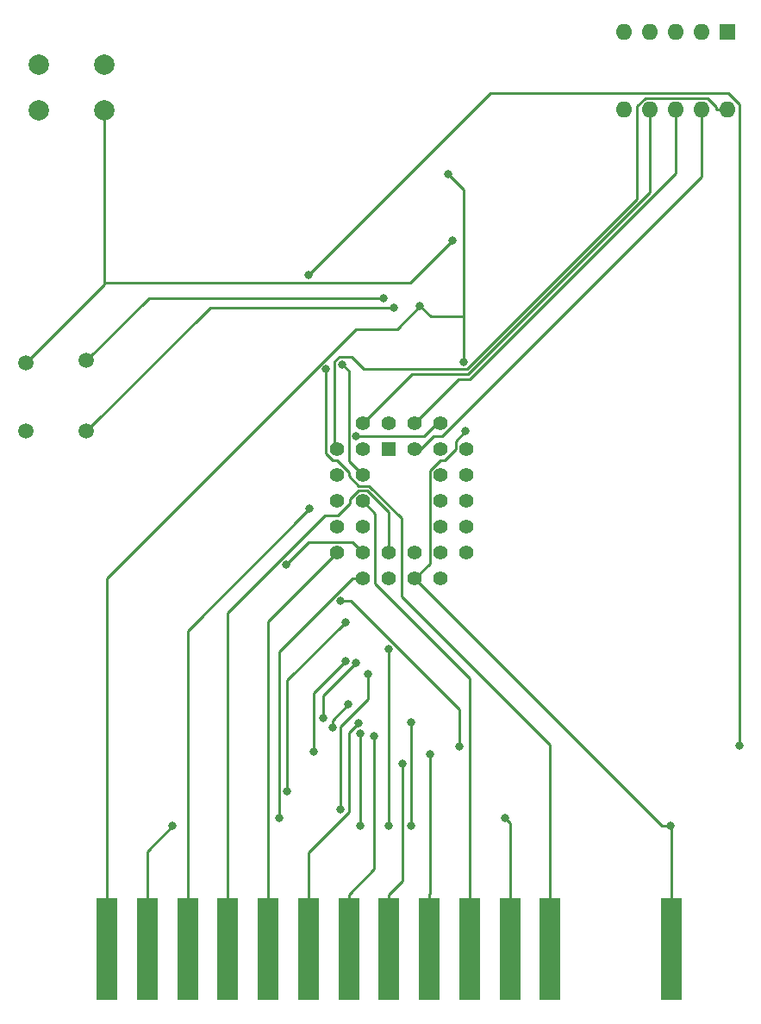
<source format=gbr>
G04 #@! TF.GenerationSoftware,KiCad,Pcbnew,(6.0.9)*
G04 #@! TF.CreationDate,2023-09-15T10:25:23+02:00*
G04 #@! TF.ProjectId,p2000t-multicartridge-smd,70323030-3074-42d6-9d75-6c7469636172,rev?*
G04 #@! TF.SameCoordinates,Original*
G04 #@! TF.FileFunction,Copper,L1,Top*
G04 #@! TF.FilePolarity,Positive*
%FSLAX46Y46*%
G04 Gerber Fmt 4.6, Leading zero omitted, Abs format (unit mm)*
G04 Created by KiCad (PCBNEW (6.0.9)) date 2023-09-15 10:25:23*
%MOMM*%
%LPD*%
G01*
G04 APERTURE LIST*
G04 #@! TA.AperFunction,ComponentPad*
%ADD10C,2.000000*%
G04 #@! TD*
G04 #@! TA.AperFunction,ComponentPad*
%ADD11C,1.500000*%
G04 #@! TD*
G04 #@! TA.AperFunction,ComponentPad*
%ADD12R,1.600000X1.600000*%
G04 #@! TD*
G04 #@! TA.AperFunction,ComponentPad*
%ADD13O,1.600000X1.600000*%
G04 #@! TD*
G04 #@! TA.AperFunction,SMDPad,CuDef*
%ADD14R,2.000000X10.000000*%
G04 #@! TD*
G04 #@! TA.AperFunction,ComponentPad*
%ADD15R,1.422400X1.422400*%
G04 #@! TD*
G04 #@! TA.AperFunction,ComponentPad*
%ADD16C,1.422400*%
G04 #@! TD*
G04 #@! TA.AperFunction,ViaPad*
%ADD17C,0.800000*%
G04 #@! TD*
G04 #@! TA.AperFunction,Conductor*
%ADD18C,0.250000*%
G04 #@! TD*
G04 APERTURE END LIST*
D10*
X55247000Y-52345000D03*
X48747000Y-52345000D03*
X55247000Y-56845000D03*
X48747000Y-56845000D03*
D11*
X47498000Y-81661000D03*
X47498000Y-88370000D03*
X53445000Y-88370000D03*
X53467000Y-81407000D03*
D12*
X116459000Y-49149000D03*
D13*
X113919000Y-49149000D03*
X111379000Y-49149000D03*
X108839000Y-49149000D03*
X106299000Y-49149000D03*
X106299000Y-56769000D03*
X108839000Y-56769000D03*
X111379000Y-56769000D03*
X113919000Y-56769000D03*
X116459000Y-56769000D03*
D14*
X55465000Y-139192000D03*
X59425000Y-139192000D03*
X63385000Y-139192000D03*
X67345000Y-139192000D03*
X71305000Y-139192000D03*
X75265000Y-139192000D03*
X79225000Y-139192000D03*
X83185000Y-139192000D03*
X87145000Y-139192000D03*
X91105000Y-139192000D03*
X95065000Y-139192000D03*
X99025000Y-139192000D03*
X110905000Y-139192000D03*
D15*
X83147000Y-90145000D03*
D16*
X85687000Y-87605000D03*
X85687000Y-90145000D03*
X88227000Y-87605000D03*
X90767000Y-90145000D03*
X88227000Y-90145000D03*
X90767000Y-92685000D03*
X88227000Y-92685000D03*
X90767000Y-95225000D03*
X88227000Y-95225000D03*
X90767000Y-97765000D03*
X88227000Y-97765000D03*
X90767000Y-100305000D03*
X88227000Y-102845000D03*
X88227000Y-100305000D03*
X85687000Y-102845000D03*
X85687000Y-100305000D03*
X83147000Y-102845000D03*
X83147000Y-100305000D03*
X80607000Y-102845000D03*
X78067000Y-100305000D03*
X80607000Y-100305000D03*
X78067000Y-97765000D03*
X80607000Y-97765000D03*
X78067000Y-95225000D03*
X80607000Y-95225000D03*
X78067000Y-92685000D03*
X80607000Y-92685000D03*
X78067000Y-90145000D03*
X80607000Y-87605000D03*
X80607000Y-90145000D03*
X83147000Y-87605000D03*
D17*
X82681200Y-75283600D03*
X89409300Y-69599900D03*
X83621300Y-76208800D03*
X73042400Y-101494900D03*
X78577900Y-81798800D03*
X77003100Y-82268800D03*
X117585900Y-119264200D03*
X75272100Y-73025000D03*
X79194200Y-115215400D03*
X77665700Y-117499800D03*
X78933100Y-110948600D03*
X75774700Y-119799600D03*
X78892700Y-107100900D03*
X73193900Y-123698700D03*
X72392300Y-126390000D03*
X81120600Y-112207300D03*
X78392600Y-125529400D03*
X80316400Y-118066600D03*
X80316400Y-127135200D03*
X83136600Y-109772700D03*
X83140100Y-127147500D03*
X85350200Y-116974600D03*
X85350200Y-127138600D03*
X79963400Y-88873800D03*
X78400000Y-105042000D03*
X90083300Y-119349900D03*
X94604900Y-126368700D03*
X87248700Y-120106300D03*
X84496400Y-121035000D03*
X81735300Y-118314300D03*
X80193200Y-117040300D03*
X75390300Y-95977100D03*
X79961300Y-111110700D03*
X76751600Y-116510400D03*
X61937300Y-127154300D03*
X89027000Y-63119000D03*
X90551000Y-81534000D03*
X86228800Y-76066800D03*
X110843600Y-127149300D03*
X90696500Y-88354500D03*
D18*
X85687000Y-102845000D02*
X109991300Y-127149300D01*
X59590400Y-75283600D02*
X53467000Y-81407000D01*
X82681200Y-75283600D02*
X59590400Y-75283600D01*
X85255100Y-73754100D02*
X55247000Y-73754100D01*
X89409300Y-69599900D02*
X85255100Y-73754100D01*
X55247000Y-56845000D02*
X55247000Y-73754100D01*
X55247000Y-73912000D02*
X47498000Y-81661000D01*
X55247000Y-73754100D02*
X55247000Y-73912000D01*
X65606200Y-76208800D02*
X83621300Y-76208800D01*
X53445000Y-88370000D02*
X65606200Y-76208800D01*
X75270400Y-99266900D02*
X73042400Y-101494900D01*
X79568900Y-99266900D02*
X75270400Y-99266900D01*
X80607000Y-100305000D02*
X79568900Y-99266900D01*
X79214300Y-91292300D02*
X80607000Y-92685000D01*
X79214300Y-82435200D02*
X79214300Y-91292300D01*
X78577900Y-81798800D02*
X79214300Y-82435200D01*
X85430400Y-82781600D02*
X80607000Y-87605000D01*
X90979300Y-82781600D02*
X85430400Y-82781600D01*
X108839000Y-64921900D02*
X90979300Y-82781600D01*
X108839000Y-57895900D02*
X108839000Y-64921900D01*
X108839000Y-56769000D02*
X108839000Y-57895900D01*
X111379000Y-63026400D02*
X111379000Y-56769000D01*
X91112300Y-83293100D02*
X111379000Y-63026400D01*
X89998900Y-83293100D02*
X91112300Y-83293100D01*
X85687000Y-87605000D02*
X89998900Y-83293100D01*
X113919000Y-63395000D02*
X113919000Y-56769000D01*
X88437500Y-88876500D02*
X113919000Y-63395000D01*
X87594500Y-88876500D02*
X88437500Y-88876500D01*
X86326000Y-90145000D02*
X87594500Y-88876500D01*
X85687000Y-90145000D02*
X86326000Y-90145000D01*
X116459000Y-56769000D02*
X115332100Y-56769000D01*
X77851000Y-89929000D02*
X78067000Y-90145000D01*
X77851000Y-81497800D02*
X77851000Y-89929000D01*
X78294600Y-81054200D02*
X77851000Y-81497800D01*
X79482400Y-81054200D02*
X78294600Y-81054200D01*
X80700000Y-82271800D02*
X79482400Y-81054200D01*
X90841200Y-82271800D02*
X80700000Y-82271800D01*
X107569000Y-65544000D02*
X90841200Y-82271800D01*
X107569000Y-56406100D02*
X107569000Y-65544000D01*
X108344300Y-55630800D02*
X107569000Y-56406100D01*
X114475600Y-55630800D02*
X108344300Y-55630800D01*
X115332100Y-56487300D02*
X114475600Y-55630800D01*
X115332100Y-56769000D02*
X115332100Y-56487300D01*
X77003100Y-90565500D02*
X77003100Y-82268800D01*
X77620700Y-91183100D02*
X77003100Y-90565500D01*
X78034800Y-91183100D02*
X77620700Y-91183100D01*
X79214500Y-92362800D02*
X78034800Y-91183100D01*
X79214500Y-92772100D02*
X79214500Y-92362800D01*
X80174200Y-93731800D02*
X79214500Y-92772100D01*
X81240800Y-93731800D02*
X80174200Y-93731800D01*
X84417000Y-96908000D02*
X81240800Y-93731800D01*
X84417000Y-104590200D02*
X84417000Y-96908000D01*
X99025000Y-119198200D02*
X84417000Y-104590200D01*
X99025000Y-139192000D02*
X99025000Y-119198200D01*
X93130900Y-55166200D02*
X75272100Y-73025000D01*
X116499600Y-55166200D02*
X93130900Y-55166200D01*
X117585900Y-56252500D02*
X116499600Y-55166200D01*
X117585900Y-119264200D02*
X117585900Y-56252500D01*
X77665700Y-116743900D02*
X77665700Y-117499800D01*
X79194200Y-115215400D02*
X77665700Y-116743900D01*
X75774700Y-114107000D02*
X78933100Y-110948600D01*
X75774700Y-119799600D02*
X75774700Y-114107000D01*
X73193900Y-112799700D02*
X78892700Y-107100900D01*
X73193900Y-123698700D02*
X73193900Y-112799700D01*
X72392300Y-110021800D02*
X72392300Y-126390000D01*
X79569100Y-102845000D02*
X72392300Y-110021800D01*
X80607000Y-102845000D02*
X79569100Y-102845000D01*
X78392600Y-117392000D02*
X78392600Y-125529400D01*
X81120600Y-114664000D02*
X78392600Y-117392000D01*
X81120600Y-112207300D02*
X81120600Y-114664000D01*
X80316400Y-118066600D02*
X80316400Y-127135200D01*
X83140100Y-109776200D02*
X83136600Y-109772700D01*
X83140100Y-127147500D02*
X83140100Y-109776200D01*
X85350200Y-116974600D02*
X85350200Y-127138600D01*
X86639900Y-88873800D02*
X79963400Y-88873800D01*
X87908700Y-87605000D02*
X86639900Y-88873800D01*
X88227000Y-87605000D02*
X87908700Y-87605000D01*
X90083300Y-115691100D02*
X90083300Y-119349900D01*
X79434200Y-105042000D02*
X90083300Y-115691100D01*
X78400000Y-105042000D02*
X79434200Y-105042000D01*
X95065000Y-126828800D02*
X95065000Y-139192000D01*
X94604900Y-126368700D02*
X95065000Y-126828800D01*
X91105000Y-139192000D02*
X91105000Y-133865100D01*
X91105000Y-112659600D02*
X91105000Y-133865100D01*
X81810100Y-103364700D02*
X91105000Y-112659600D01*
X81810100Y-96428100D02*
X81810100Y-103364700D01*
X80607000Y-95225000D02*
X81810100Y-96428100D01*
X87248700Y-133761400D02*
X87145000Y-133865100D01*
X87248700Y-120106300D02*
X87248700Y-133761400D01*
X87145000Y-139192000D02*
X87145000Y-133865100D01*
X83185000Y-139192000D02*
X83185000Y-133865100D01*
X84496400Y-132553700D02*
X84496400Y-121035000D01*
X83185000Y-133865100D02*
X84496400Y-132553700D01*
X79225000Y-139192000D02*
X79225000Y-133865100D01*
X81735300Y-131354800D02*
X81735300Y-118314300D01*
X79225000Y-133865100D02*
X81735300Y-131354800D01*
X75265000Y-129750000D02*
X75265000Y-139192000D01*
X79269800Y-125745200D02*
X75265000Y-129750000D01*
X79269800Y-117963700D02*
X79269800Y-125745200D01*
X80193200Y-117040300D02*
X79269800Y-117963700D01*
X71305000Y-139192000D02*
X71305000Y-133865100D01*
X71305000Y-107067000D02*
X78067000Y-100305000D01*
X71305000Y-133865100D02*
X71305000Y-107067000D01*
X67345000Y-106164400D02*
X67345000Y-139192000D01*
X76855300Y-96654100D02*
X67345000Y-106164400D01*
X78158300Y-96654100D02*
X76855300Y-96654100D01*
X79336800Y-95475600D02*
X78158300Y-96654100D01*
X79336800Y-95023000D02*
X79336800Y-95475600D01*
X80176100Y-94183700D02*
X79336800Y-95023000D01*
X81053500Y-94183700D02*
X80176100Y-94183700D01*
X83147000Y-96277200D02*
X81053500Y-94183700D01*
X83147000Y-100305000D02*
X83147000Y-96277200D01*
X63385000Y-107982400D02*
X75390300Y-95977100D01*
X63385000Y-139192000D02*
X63385000Y-107982400D01*
X59425000Y-129666600D02*
X59425000Y-139192000D01*
X61937300Y-127154300D02*
X59425000Y-129666600D01*
X76751600Y-114320400D02*
X79961300Y-111110700D01*
X76751600Y-116510400D02*
X76751600Y-114320400D01*
X90551000Y-81534000D02*
X90551000Y-77118900D01*
X90551000Y-64643000D02*
X89027000Y-63119000D01*
X90551000Y-77118900D02*
X90551000Y-64643000D01*
X87280900Y-77118900D02*
X86228800Y-76066800D01*
X90551000Y-77118900D02*
X87280900Y-77118900D01*
X83958300Y-78337300D02*
X86228800Y-76066800D01*
X79901900Y-78337300D02*
X83958300Y-78337300D01*
X55465000Y-102774200D02*
X79901900Y-78337300D01*
X55465000Y-139192000D02*
X55465000Y-102774200D01*
X110905000Y-139192000D02*
X110905000Y-133865100D01*
X110905000Y-127210700D02*
X110843600Y-127149300D01*
X110905000Y-133865100D02*
X110905000Y-127210700D01*
X109991300Y-127149300D02*
X110843600Y-127149300D01*
X89722500Y-89328500D02*
X90696500Y-88354500D01*
X89722500Y-90153700D02*
X89722500Y-89328500D01*
X88693100Y-91183100D02*
X89722500Y-90153700D01*
X88222900Y-91183100D02*
X88693100Y-91183100D01*
X87188900Y-92217100D02*
X88222900Y-91183100D01*
X87188900Y-101343100D02*
X87188900Y-92217100D01*
X85687000Y-102845000D02*
X87188900Y-101343100D01*
M02*

</source>
